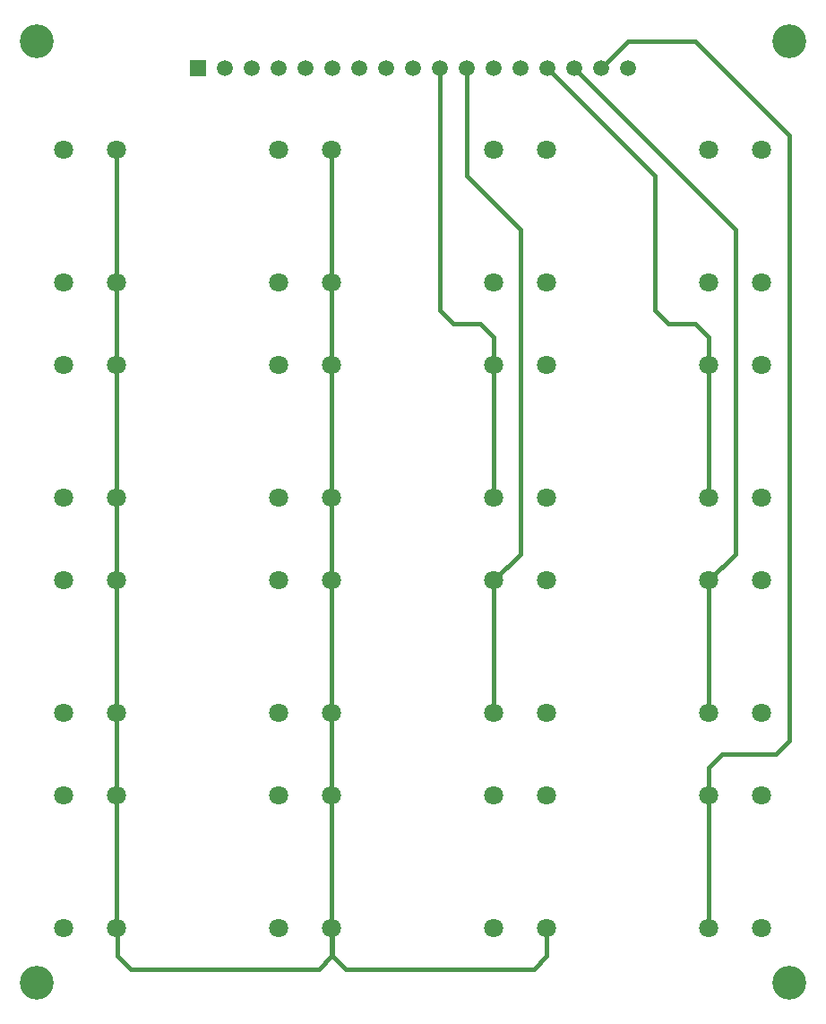
<source format=gbr>
%TF.GenerationSoftware,Altium Limited,Altium Designer,20.1.8 (145)*%
G04 Layer_Physical_Order=2*
G04 Layer_Color=16711680*
%FSLAX43Y43*%
%MOMM*%
%TF.SameCoordinates,AF84363C-28A1-45D9-8252-6D2C0F04BFE8*%
%TF.FilePolarity,Positive*%
%TF.FileFunction,Copper,L2,Bot,Signal*%
%TF.Part,Single*%
G01*
G75*
%TA.AperFunction,Conductor*%
%ADD10C,0.457*%
%TA.AperFunction,ComponentPad*%
%ADD11C,1.500*%
%ADD12R,1.500X1.500*%
%ADD13C,1.800*%
%ADD14C,3.200*%
D10*
X11390Y69950D02*
Y82450D01*
Y62130D02*
Y69950D01*
Y49630D02*
Y62130D01*
Y41810D02*
Y49630D01*
Y29310D02*
Y41810D01*
Y21490D02*
Y29310D01*
Y8990D02*
Y21490D01*
Y8990D02*
X11430Y8950D01*
Y6350D02*
Y8950D01*
X12700Y5080D02*
X30480D01*
X11430Y6350D02*
X12700Y5080D01*
X31710Y6310D02*
Y8990D01*
X30480Y5080D02*
X31710Y6310D01*
Y69950D02*
Y82450D01*
Y62130D02*
Y69950D01*
Y49630D02*
Y62130D01*
Y41810D02*
Y49630D01*
Y29310D02*
Y41810D01*
Y21490D02*
Y29310D01*
Y8990D02*
Y21490D01*
Y8990D02*
X31750Y8950D01*
Y6350D02*
Y8950D01*
Y6350D02*
X33020Y5080D01*
X50800D01*
X52030Y6310D02*
Y8990D01*
X50800Y5080D02*
X52030Y6310D01*
X67350Y8990D02*
Y21490D01*
Y29310D02*
Y41810D01*
Y49630D02*
Y62130D01*
X47030Y29310D02*
Y41810D01*
Y49630D02*
Y62130D01*
X67310Y21530D02*
X67350Y21490D01*
X67310Y21530D02*
Y24130D01*
X68580Y25400D01*
X73660D01*
X74930Y26670D02*
Y83820D01*
X73660Y25400D02*
X74930Y26670D01*
X59690Y92730D02*
X66020D01*
X74930Y83820D01*
X57130Y90170D02*
X59690Y92730D01*
X67350Y41810D02*
X69850Y44310D01*
Y74910D01*
X54590Y90170D02*
X69850Y74910D01*
X67310Y62170D02*
X67350Y62130D01*
X67310Y62170D02*
Y64770D01*
X66040Y66040D02*
X67310Y64770D01*
X63500Y66040D02*
X66040D01*
X62230Y67310D02*
X63500Y66040D01*
X62230Y67310D02*
Y79990D01*
X52050Y90170D02*
X62230Y79990D01*
X47030Y41810D02*
X49530Y44310D01*
Y74930D01*
X44430Y80030D02*
Y90170D01*
Y80030D02*
X49530Y74930D01*
X46990Y62170D02*
X47030Y62130D01*
X46990Y62170D02*
Y64770D01*
X43180Y66040D02*
X45720D01*
X46990Y64770D01*
X41890Y67330D02*
Y90170D01*
Y67330D02*
X43180Y66040D01*
D11*
X59670Y90170D02*
D03*
X54590D02*
D03*
X57130D02*
D03*
X46970D02*
D03*
X49510D02*
D03*
X52050D02*
D03*
X39350D02*
D03*
X41890D02*
D03*
X44430D02*
D03*
X31730D02*
D03*
X34270D02*
D03*
X36810D02*
D03*
X24110D02*
D03*
X21570D02*
D03*
X26650D02*
D03*
X29190D02*
D03*
D12*
X19030D02*
D03*
D13*
X31710Y82450D02*
D03*
Y69950D02*
D03*
X26710Y82450D02*
D03*
Y69950D02*
D03*
X67350Y8990D02*
D03*
Y21490D02*
D03*
X72350Y8990D02*
D03*
Y21490D02*
D03*
X67350Y29310D02*
D03*
Y41810D02*
D03*
X72350Y29310D02*
D03*
Y41810D02*
D03*
X67350Y49630D02*
D03*
Y62130D02*
D03*
X72350Y49630D02*
D03*
Y62130D02*
D03*
X67350Y69950D02*
D03*
Y82450D02*
D03*
X72350Y69950D02*
D03*
Y82450D02*
D03*
X47030Y8990D02*
D03*
Y21490D02*
D03*
X52030Y8990D02*
D03*
Y21490D02*
D03*
X47030Y29310D02*
D03*
Y41810D02*
D03*
X52030Y29310D02*
D03*
Y41810D02*
D03*
X47030Y49630D02*
D03*
Y62130D02*
D03*
X52030Y49630D02*
D03*
Y62130D02*
D03*
X47030Y69950D02*
D03*
Y82450D02*
D03*
X52030Y69950D02*
D03*
Y82450D02*
D03*
X26710Y8990D02*
D03*
Y21490D02*
D03*
X31710Y8990D02*
D03*
Y21490D02*
D03*
X26710Y29310D02*
D03*
Y41810D02*
D03*
X31710Y29310D02*
D03*
Y41810D02*
D03*
X26710Y49630D02*
D03*
Y62130D02*
D03*
X31710Y49630D02*
D03*
Y62130D02*
D03*
X6390Y8990D02*
D03*
Y21490D02*
D03*
X11390Y8990D02*
D03*
Y21490D02*
D03*
X6390Y29310D02*
D03*
Y41810D02*
D03*
X11390Y29310D02*
D03*
Y41810D02*
D03*
X6390Y49630D02*
D03*
Y62130D02*
D03*
X11390Y49630D02*
D03*
Y62130D02*
D03*
X6390Y69950D02*
D03*
Y82450D02*
D03*
X11390Y69950D02*
D03*
Y82450D02*
D03*
D14*
X3810Y3810D02*
D03*
X74930D02*
D03*
Y92710D02*
D03*
X3810D02*
D03*
%TF.MD5,0b3e2520259e85e7de3609fc559c8677*%
M02*

</source>
